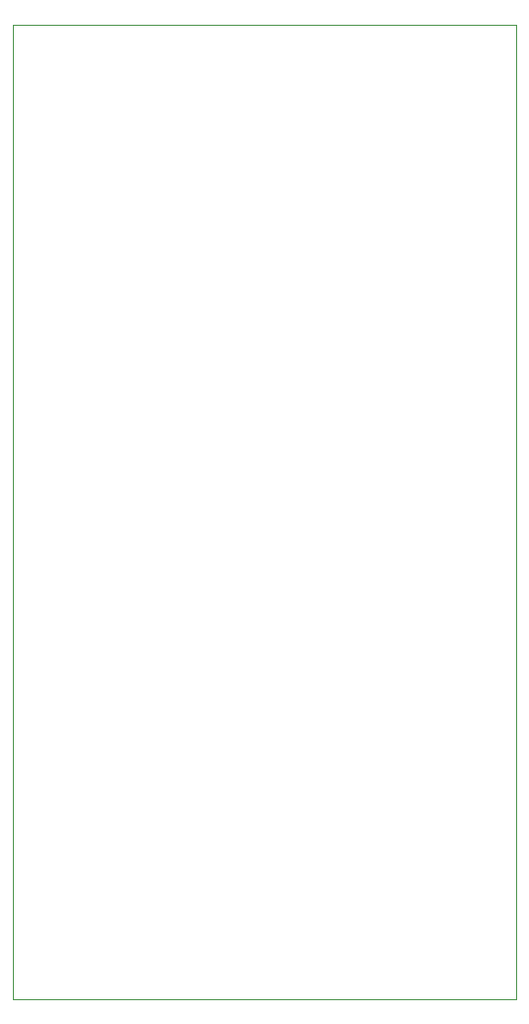
<source format=gbr>
%TF.GenerationSoftware,KiCad,Pcbnew,9.0.1*%
%TF.CreationDate,2025-12-08T16:46:31+00:00*%
%TF.ProjectId,Macropad PCB,4d616372-6f70-4616-9420-5043422e6b69,rev?*%
%TF.SameCoordinates,Original*%
%TF.FileFunction,Profile,NP*%
%FSLAX46Y46*%
G04 Gerber Fmt 4.6, Leading zero omitted, Abs format (unit mm)*
G04 Created by KiCad (PCBNEW 9.0.1) date 2025-12-08 16:46:31*
%MOMM*%
%LPD*%
G01*
G04 APERTURE LIST*
%TA.AperFunction,Profile*%
%ADD10C,0.050000*%
%TD*%
G04 APERTURE END LIST*
D10*
X73500000Y-39430000D02*
X116500000Y-39430000D01*
X116500000Y-122587500D01*
X73500000Y-122587500D01*
X73500000Y-39430000D01*
M02*

</source>
